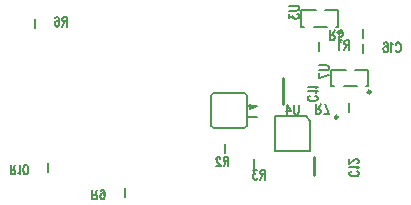
<source format=gbo>
*
*
G04 PADS 9.3.1 Build Number: 456998 generated Gerber (RS-274-X) file*
G04 PC Version=2.1*
*
%IN "air_ssi_1101_00_RELEASE"*%
*
%MOIN*%
*
%FSLAX35Y35*%
*
*
*
*
G04 PC Standard Apertures*
*
*
G04 Thermal Relief Aperture macro.*
%AMTER*
1,1,$1,0,0*
1,0,$1-$2,0,0*
21,0,$3,$4,0,0,45*
21,0,$3,$4,0,0,135*
%
*
*
G04 Annular Aperture macro.*
%AMANN*
1,1,$1,0,0*
1,0,$2,0,0*
%
*
*
G04 Odd Aperture macro.*
%AMODD*
1,1,$1,0,0*
1,0,$1-0.005,0,0*
%
*
*
G04 PC Custom Aperture Macros*
*
*
*
*
*
*
G04 PC Aperture Table*
*
%ADD010C,0.001*%
%ADD021C,0.00787*%
%ADD022C,0.01*%
%ADD047C,0.005*%
*
*
*
*
G04 PC Circuitry*
G04 Layer Name air_ssi_1101_00_RELEASE - circuitry*
%LPD*%
*
*
G04 PC Custom Flashes*
G04 Layer Name air_ssi_1101_00_RELEASE - flashes*
%LPD*%
*
*
G04 PC Circuitry*
G04 Layer Name air_ssi_1101_00_RELEASE - circuitry*
%LPD*%
*
G54D10*
G54D21*
G01X257756Y183481D02*
X262362D01*
X261575Y188993D02*
X265906D01*
Y183481*
X265236*
X258425Y188993D02*
X253701D01*
Y183481*
X254449*
X259561Y178300D02*
Y175300D01*
X234718Y149694D02*
G75*
G03X235506Y150482I0J788D01*
G01Y160718*
G03X234718Y161506I-788J0*
G01X224482*
G03X223694Y160718I-0J-788*
G01Y150482*
G03X224482Y149694I788J-0*
G01X234718*
X228261Y144500D02*
Y141500D01*
X237961Y139400D02*
Y136400D01*
X256706Y152131D02*
X255131Y153706D01*
X244894*
Y141894*
X256706*
Y152131*
X255131Y153706*
X244894*
Y141894*
X256706*
Y152131*
X274339Y179700D02*
Y182700D01*
X274261Y177600D02*
Y174600D01*
X267756Y163681D02*
X272362D01*
X271575Y169193D02*
X275906D01*
Y163681*
X275236*
X268425Y169193D02*
X263701D01*
Y163681*
X264449*
X269539Y155200D02*
Y158200D01*
X194939Y126600D02*
Y129600D01*
X169339Y134900D02*
Y137900D01*
X164761Y186100D02*
Y183100D01*
G54D22*
X266799Y181513D02*
G03X266799I-500J0D01*
G01X265867Y153312D02*
G03X265867I-500J0D01*
G01X257900Y133900D02*
Y139900D01*
X276799Y161713D02*
G03X276799I-500J0D01*
G01X247500Y166231D02*
Y157569D01*
G54D47*
X249619Y190400D02*
X251962D01*
X251962D02*
X252431Y190286D01*
X252744Y190059*
X252900Y189718*
Y189491*
X252744Y189150*
X252431Y188923*
X251962Y188809*
X251962D02*
X249619D01*
Y187559D02*
Y186309D01*
X250869Y186991*
Y186650*
X251025Y186423*
X251181Y186309*
X251650Y186195*
X251962*
X251962D02*
X252431Y186309D01*
X252744Y186536*
X252900Y186877*
Y187218*
X252744Y187559*
X252587Y187673*
X252587D02*
X252275Y187786D01*
X269536Y178981D02*
Y175700D01*
Y178981D02*
X268514D01*
X268173Y178825*
X268059Y178669*
X267945Y178356*
Y178044*
X268059Y177731*
X268173Y177575*
X268514Y177419*
X269536*
X268741D02*
X267945Y175700D01*
X266923Y178356D02*
X266695Y178513D01*
X266695D02*
X266355Y178981D01*
Y175700*
X238875Y153527D02*
X235594D01*
Y154891*
X238875Y157050D02*
X236688Y155914D01*
X236688D02*
Y157618D01*
X238875Y157050D02*
X235594D01*
X229389Y140187D02*
Y136906D01*
Y140187D02*
X228366D01*
X228366D02*
X228025Y140031D01*
X227911Y139875*
X227798Y139562*
X227798D02*
Y139250D01*
X227911Y138937*
X227911D02*
X228025Y138781D01*
X228366Y138625*
X229389*
X228593D02*
X227798Y136906D01*
X226661Y139406D02*
Y139562D01*
X226661D02*
X226548Y139875D01*
X226434Y140031*
X226207Y140187*
X226207D02*
X225752D01*
X225752D02*
X225525Y140031D01*
X225411Y139875*
X225298Y139562*
X225298D02*
Y139250D01*
X225411Y138937*
X225411D02*
X225639Y138469D01*
X226775Y136906*
X225184*
X241630Y135775D02*
Y132494D01*
Y135775D02*
X240607D01*
X240266Y135619*
X240152Y135463*
X240152D02*
X240039Y135150D01*
Y134838*
X240039D02*
X240152Y134525D01*
X240266Y134369*
X240607Y134213*
X240607D02*
X241630D01*
X240834D02*
X240039Y132494D01*
X238789Y135775D02*
X237539D01*
X238220Y134525*
X237880*
X237652Y134369*
X237539Y134213*
X237539D02*
X237425Y133744D01*
Y133431*
X237539Y132963*
X237539D02*
X237766Y132650D01*
X238107Y132494*
X238448*
X238789Y132650*
X238902Y132806*
X239016Y133119*
X252814Y157487D02*
Y155144D01*
X252700Y154675*
X252473Y154362*
X252473D02*
X252132Y154206D01*
X251905*
X251564Y154362*
X251564D02*
X251336Y154675D01*
X251223Y155144*
Y157487*
X249064D02*
X250200Y155300D01*
X248495*
X249064Y157487D02*
Y154206D01*
X272106Y135259D02*
X272419Y135145D01*
X272731Y134918*
X272887Y134691*
X272887D02*
Y134236D01*
X272887D02*
X272731Y134009D01*
X272419Y133782*
X272106Y133668*
X271637Y133555*
X271637D02*
X270856D01*
X270387Y133668*
X270387D02*
X270075Y133782D01*
X269762Y134009*
X269762D02*
X269606Y134236D01*
Y134691*
X269762Y134918*
X269762D02*
X270075Y135145D01*
X270387Y135259*
X272262Y136282D02*
X272419Y136509D01*
X272887Y136850*
X272887D02*
X269606D01*
X272106Y137986D02*
X272262D01*
X272262D02*
X272575Y138100D01*
X272731Y138214*
X272887Y138441*
X272887D02*
Y138895D01*
X272887D02*
X272731Y139123D01*
X272575Y139236*
X272262Y139350*
X272262D02*
X271950D01*
X271637Y139236*
X271637D02*
X271169Y139009D01*
X269606Y137873*
Y139464*
X263227Y179019D02*
Y182300D01*
Y179019D02*
X264250D01*
X264591Y179175*
X264705Y179331*
X264818Y179644*
Y179956*
X264705Y180269*
X264591Y180425*
X264250Y180581*
X263227*
X264023D02*
X264818Y182300D01*
X267318Y179019D02*
X266182D01*
X266068Y180425*
X266182Y180269*
X266523Y180112*
X266523D02*
X266864D01*
X266864D02*
X267205Y180269D01*
X267432Y180581*
X267545Y181050*
X267432Y181362*
X267432D02*
X267318Y181831D01*
X267091Y182144*
X266750Y182300*
X266409*
X266068Y182144*
X265955Y181987*
X265955D02*
X265841Y181675D01*
X285145Y177500D02*
X285259Y177813D01*
X285259D02*
X285486Y178125D01*
X285714Y178281*
X286168*
X286395Y178125*
X286623Y177813*
X286623D02*
X286736Y177500D01*
X286850Y177031*
Y176250*
X286736Y175781*
X286623Y175469*
X286395Y175156*
X286168Y175000*
X285714*
X285486Y175156*
X285259Y175469*
X285145Y175781*
X284123Y177656D02*
X283895Y177813D01*
X283895D02*
X283555Y178281D01*
Y175000*
X281168Y177813D02*
X281282Y178125D01*
X281623Y178281*
X281850*
X282191Y178125*
X282418Y177656*
X282532Y176875*
Y176094*
X282418Y175469*
X282191Y175156*
X281850Y175000*
X281736*
X281395Y175156*
X281168Y175469*
X281055Y175938*
X281055D02*
Y176094D01*
X281168Y176563*
X281168D02*
X281395Y176875D01*
X281736Y177031*
X281850*
X282191Y176875*
X282418Y176563*
X282418D02*
X282532Y176094D01*
X259619Y170600D02*
X261962D01*
X261962D02*
X262431Y170486D01*
X262744Y170259*
X262900Y169918*
Y169691*
X262744Y169350*
X262431Y169123*
X261962Y169009*
X261962D02*
X259619D01*
Y166395D02*
X262900Y167532D01*
X259619Y167986D02*
Y166395D01*
X258541Y154519D02*
Y157800D01*
Y154519D02*
X259564D01*
X259905Y154675*
X260018Y154831*
X260132Y155144*
Y155456*
X260018Y155769*
X259905Y155925*
X259564Y156081*
X258541*
X259336D02*
X260132Y157800D01*
X262745Y154519D02*
X261609Y157800D01*
X261155Y154519D02*
X262745D01*
X184055Y125919D02*
Y129200D01*
Y125919D02*
X185077D01*
X185418Y126075*
X185532Y126231*
X185645Y126544*
Y126856*
X185532Y127169*
X185418Y127325*
X185077Y127481*
X184055*
X184850D02*
X185645Y129200D01*
X188145Y127012D02*
X188032Y127481D01*
X187805Y127794*
X187464Y127950*
X187350*
X187009Y127794*
X186782Y127481*
X186668Y127012*
X186668D02*
Y126856D01*
X186782Y126387*
X186782D02*
X187009Y126075D01*
X187350Y125919*
X187464*
X187805Y126075*
X188032Y126387*
X188032D02*
X188145Y127012D01*
X188145D02*
Y127794D01*
X188032Y128575*
X187805Y129044*
X187464Y129200*
X187236*
X186895Y129044*
X186782Y128731*
X156750Y134219D02*
Y137500D01*
Y134219D02*
X157773D01*
X158114Y134375*
X158227Y134531*
X158341Y134844*
Y135156*
X158227Y135469*
X158114Y135625*
X157773Y135781*
X156750*
X157545D02*
X158341Y137500D01*
X159364Y134844D02*
X159591Y134687D01*
X159591D02*
X159932Y134219D01*
Y137500*
X161636Y134219D02*
X161295Y134375D01*
X161068Y134844*
X160955Y135625*
Y136094*
X161068Y136875*
X161295Y137344*
X161636Y137500*
X161864*
X162205Y137344*
X162432Y136875*
X162545Y136094*
Y135625*
X162432Y134844*
X162205Y134375*
X161864Y134219*
X161636*
X258330Y160357D02*
X258642Y160244D01*
X258955Y160016*
X259111Y159789*
Y159335*
X258955Y159107*
X258642Y158880*
X258330Y158766*
X257861Y158653*
X257080*
X256611Y158766*
X256298Y158880*
X255986Y159107*
X255830Y159335*
Y159789*
X255986Y160016*
X256298Y160244*
X256611Y160357*
X258486Y161380D02*
X258642Y161607D01*
X259111Y161948*
X255830*
X258486Y162971D02*
X258642Y163198D01*
X259111Y163539*
X255830*
X175645Y186781D02*
Y183500D01*
Y186781D02*
X174623D01*
X174282Y186625*
X174168Y186469*
X174055Y186156*
Y185844*
X174168Y185531*
X174282Y185375*
X174623Y185219*
X175645*
X174850D02*
X174055Y183500D01*
X171668Y186313D02*
X171782Y186625D01*
X172123Y186781*
X172350*
X172691Y186625*
X172918Y186156*
X173032Y185375*
Y184594*
X172918Y183969*
X172691Y183656*
X172350Y183500*
X172236*
X171895Y183656*
X171668Y183969*
X171555Y184438*
X171555D02*
Y184594D01*
X171668Y185063*
X171668D02*
X171895Y185375D01*
X172236Y185531*
X172350*
X172691Y185375*
X172918Y185063*
X172918D02*
X173032Y184594D01*
G74*
X0Y0D02*
M02*

</source>
